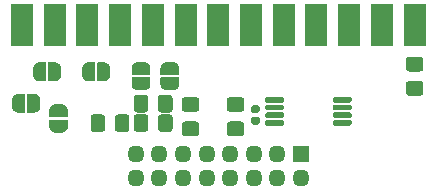
<source format=gbr>
%TF.GenerationSoftware,KiCad,Pcbnew,(5.1.6)-1*%
%TF.CreationDate,2021-02-17T18:40:25-08:00*%
%TF.ProjectId,kg-cable-asl,6b672d63-6162-46c6-952d-61736c2e6b69,rev?*%
%TF.SameCoordinates,Original*%
%TF.FileFunction,Soldermask,Top*%
%TF.FilePolarity,Negative*%
%FSLAX46Y46*%
G04 Gerber Fmt 4.6, Leading zero omitted, Abs format (unit mm)*
G04 Created by KiCad (PCBNEW (5.1.6)-1) date 2021-02-17 18:40:25*
%MOMM*%
%LPD*%
G01*
G04 APERTURE LIST*
%ADD10O,1.450000X1.450000*%
%ADD11R,1.450000X1.450000*%
%ADD12C,0.100000*%
%ADD13R,1.946667X3.580000*%
G04 APERTURE END LIST*
%TO.C,R12*%
G36*
G01*
X139000000Y-110878262D02*
X139000000Y-109921738D01*
G75*
G02*
X139271738Y-109650000I271738J0D01*
G01*
X139978262Y-109650000D01*
G75*
G02*
X140250000Y-109921738I0J-271738D01*
G01*
X140250000Y-110878262D01*
G75*
G02*
X139978262Y-111150000I-271738J0D01*
G01*
X139271738Y-111150000D01*
G75*
G02*
X139000000Y-110878262I0J271738D01*
G01*
G37*
G36*
G01*
X136950000Y-110878262D02*
X136950000Y-109921738D01*
G75*
G02*
X137221738Y-109650000I271738J0D01*
G01*
X137928262Y-109650000D01*
G75*
G02*
X138200000Y-109921738I0J-271738D01*
G01*
X138200000Y-110878262D01*
G75*
G02*
X137928262Y-111150000I-271738J0D01*
G01*
X137221738Y-111150000D01*
G75*
G02*
X136950000Y-110878262I0J271738D01*
G01*
G37*
%TD*%
%TO.C,R11*%
G36*
G01*
X142650000Y-110878262D02*
X142650000Y-109921738D01*
G75*
G02*
X142921738Y-109650000I271738J0D01*
G01*
X143628262Y-109650000D01*
G75*
G02*
X143900000Y-109921738I0J-271738D01*
G01*
X143900000Y-110878262D01*
G75*
G02*
X143628262Y-111150000I-271738J0D01*
G01*
X142921738Y-111150000D01*
G75*
G02*
X142650000Y-110878262I0J271738D01*
G01*
G37*
G36*
G01*
X140600000Y-110878262D02*
X140600000Y-109921738D01*
G75*
G02*
X140871738Y-109650000I271738J0D01*
G01*
X141578262Y-109650000D01*
G75*
G02*
X141850000Y-109921738I0J-271738D01*
G01*
X141850000Y-110878262D01*
G75*
G02*
X141578262Y-111150000I-271738J0D01*
G01*
X140871738Y-111150000D01*
G75*
G02*
X140600000Y-110878262I0J271738D01*
G01*
G37*
%TD*%
%TO.C,C2*%
G36*
G01*
X141850000Y-108271738D02*
X141850000Y-109228262D01*
G75*
G02*
X141578262Y-109500000I-271738J0D01*
G01*
X140871738Y-109500000D01*
G75*
G02*
X140600000Y-109228262I0J271738D01*
G01*
X140600000Y-108271738D01*
G75*
G02*
X140871738Y-108000000I271738J0D01*
G01*
X141578262Y-108000000D01*
G75*
G02*
X141850000Y-108271738I0J-271738D01*
G01*
G37*
G36*
G01*
X143900000Y-108271738D02*
X143900000Y-109228262D01*
G75*
G02*
X143628262Y-109500000I-271738J0D01*
G01*
X142921738Y-109500000D01*
G75*
G02*
X142650000Y-109228262I0J271738D01*
G01*
X142650000Y-108271738D01*
G75*
G02*
X142921738Y-108000000I271738J0D01*
G01*
X143628262Y-108000000D01*
G75*
G02*
X143900000Y-108271738I0J-271738D01*
G01*
G37*
%TD*%
D10*
%TO.C,J1*%
X140772900Y-115030000D03*
X140772900Y-113030000D03*
X142772900Y-115030000D03*
X142772900Y-113030000D03*
X144772900Y-115030000D03*
X144772900Y-113030000D03*
X146772900Y-115030000D03*
X146772900Y-113030000D03*
X148772900Y-115030000D03*
X148772900Y-113030000D03*
X150772900Y-115030000D03*
X150772900Y-113030000D03*
X152772900Y-115030000D03*
X152772900Y-113030000D03*
X154772900Y-115030000D03*
D11*
X154772900Y-113030000D03*
%TD*%
%TO.C,R10*%
G36*
G01*
X144936738Y-110255000D02*
X145893262Y-110255000D01*
G75*
G02*
X146165000Y-110526738I0J-271738D01*
G01*
X146165000Y-111233262D01*
G75*
G02*
X145893262Y-111505000I-271738J0D01*
G01*
X144936738Y-111505000D01*
G75*
G02*
X144665000Y-111233262I0J271738D01*
G01*
X144665000Y-110526738D01*
G75*
G02*
X144936738Y-110255000I271738J0D01*
G01*
G37*
G36*
G01*
X144936738Y-108205000D02*
X145893262Y-108205000D01*
G75*
G02*
X146165000Y-108476738I0J-271738D01*
G01*
X146165000Y-109183262D01*
G75*
G02*
X145893262Y-109455000I-271738J0D01*
G01*
X144936738Y-109455000D01*
G75*
G02*
X144665000Y-109183262I0J271738D01*
G01*
X144665000Y-108476738D01*
G75*
G02*
X144936738Y-108205000I271738J0D01*
G01*
G37*
%TD*%
%TO.C,R9*%
G36*
G01*
X148746738Y-110255000D02*
X149703262Y-110255000D01*
G75*
G02*
X149975000Y-110526738I0J-271738D01*
G01*
X149975000Y-111233262D01*
G75*
G02*
X149703262Y-111505000I-271738J0D01*
G01*
X148746738Y-111505000D01*
G75*
G02*
X148475000Y-111233262I0J271738D01*
G01*
X148475000Y-110526738D01*
G75*
G02*
X148746738Y-110255000I271738J0D01*
G01*
G37*
G36*
G01*
X148746738Y-108205000D02*
X149703262Y-108205000D01*
G75*
G02*
X149975000Y-108476738I0J-271738D01*
G01*
X149975000Y-109183262D01*
G75*
G02*
X149703262Y-109455000I-271738J0D01*
G01*
X148746738Y-109455000D01*
G75*
G02*
X148475000Y-109183262I0J271738D01*
G01*
X148475000Y-108476738D01*
G75*
G02*
X148746738Y-108205000I271738J0D01*
G01*
G37*
%TD*%
%TO.C,R8*%
G36*
G01*
X164871162Y-106026000D02*
X163914638Y-106026000D01*
G75*
G02*
X163642900Y-105754262I0J271738D01*
G01*
X163642900Y-105047738D01*
G75*
G02*
X163914638Y-104776000I271738J0D01*
G01*
X164871162Y-104776000D01*
G75*
G02*
X165142900Y-105047738I0J-271738D01*
G01*
X165142900Y-105754262D01*
G75*
G02*
X164871162Y-106026000I-271738J0D01*
G01*
G37*
G36*
G01*
X164871162Y-108076000D02*
X163914638Y-108076000D01*
G75*
G02*
X163642900Y-107804262I0J271738D01*
G01*
X163642900Y-107097738D01*
G75*
G02*
X163914638Y-106826000I271738J0D01*
G01*
X164871162Y-106826000D01*
G75*
G02*
X165142900Y-107097738I0J-271738D01*
G01*
X165142900Y-107804262D01*
G75*
G02*
X164871162Y-108076000I-271738J0D01*
G01*
G37*
%TD*%
%TO.C,C1*%
G36*
G01*
X150702500Y-109840000D02*
X151097500Y-109840000D01*
G75*
G02*
X151270000Y-110012500I0J-172500D01*
G01*
X151270000Y-110357500D01*
G75*
G02*
X151097500Y-110530000I-172500J0D01*
G01*
X150702500Y-110530000D01*
G75*
G02*
X150530000Y-110357500I0J172500D01*
G01*
X150530000Y-110012500D01*
G75*
G02*
X150702500Y-109840000I172500J0D01*
G01*
G37*
G36*
G01*
X150702500Y-108870000D02*
X151097500Y-108870000D01*
G75*
G02*
X151270000Y-109042500I0J-172500D01*
G01*
X151270000Y-109387500D01*
G75*
G02*
X151097500Y-109560000I-172500J0D01*
G01*
X150702500Y-109560000D01*
G75*
G02*
X150530000Y-109387500I0J172500D01*
G01*
X150530000Y-109042500D01*
G75*
G02*
X150702500Y-108870000I172500J0D01*
G01*
G37*
%TD*%
%TO.C,U1*%
G36*
G01*
X153325000Y-110250000D02*
X153325000Y-110500000D01*
G75*
G02*
X153200000Y-110625000I-125000J0D01*
G01*
X151875000Y-110625000D01*
G75*
G02*
X151750000Y-110500000I0J125000D01*
G01*
X151750000Y-110250000D01*
G75*
G02*
X151875000Y-110125000I125000J0D01*
G01*
X153200000Y-110125000D01*
G75*
G02*
X153325000Y-110250000I0J-125000D01*
G01*
G37*
G36*
G01*
X153325000Y-109600000D02*
X153325000Y-109850000D01*
G75*
G02*
X153200000Y-109975000I-125000J0D01*
G01*
X151875000Y-109975000D01*
G75*
G02*
X151750000Y-109850000I0J125000D01*
G01*
X151750000Y-109600000D01*
G75*
G02*
X151875000Y-109475000I125000J0D01*
G01*
X153200000Y-109475000D01*
G75*
G02*
X153325000Y-109600000I0J-125000D01*
G01*
G37*
G36*
G01*
X153325000Y-108950000D02*
X153325000Y-109200000D01*
G75*
G02*
X153200000Y-109325000I-125000J0D01*
G01*
X151875000Y-109325000D01*
G75*
G02*
X151750000Y-109200000I0J125000D01*
G01*
X151750000Y-108950000D01*
G75*
G02*
X151875000Y-108825000I125000J0D01*
G01*
X153200000Y-108825000D01*
G75*
G02*
X153325000Y-108950000I0J-125000D01*
G01*
G37*
G36*
G01*
X153325000Y-108300000D02*
X153325000Y-108550000D01*
G75*
G02*
X153200000Y-108675000I-125000J0D01*
G01*
X151875000Y-108675000D01*
G75*
G02*
X151750000Y-108550000I0J125000D01*
G01*
X151750000Y-108300000D01*
G75*
G02*
X151875000Y-108175000I125000J0D01*
G01*
X153200000Y-108175000D01*
G75*
G02*
X153325000Y-108300000I0J-125000D01*
G01*
G37*
G36*
G01*
X159050000Y-108300000D02*
X159050000Y-108550000D01*
G75*
G02*
X158925000Y-108675000I-125000J0D01*
G01*
X157600000Y-108675000D01*
G75*
G02*
X157475000Y-108550000I0J125000D01*
G01*
X157475000Y-108300000D01*
G75*
G02*
X157600000Y-108175000I125000J0D01*
G01*
X158925000Y-108175000D01*
G75*
G02*
X159050000Y-108300000I0J-125000D01*
G01*
G37*
G36*
G01*
X159050000Y-108950000D02*
X159050000Y-109200000D01*
G75*
G02*
X158925000Y-109325000I-125000J0D01*
G01*
X157600000Y-109325000D01*
G75*
G02*
X157475000Y-109200000I0J125000D01*
G01*
X157475000Y-108950000D01*
G75*
G02*
X157600000Y-108825000I125000J0D01*
G01*
X158925000Y-108825000D01*
G75*
G02*
X159050000Y-108950000I0J-125000D01*
G01*
G37*
G36*
G01*
X159050000Y-109600000D02*
X159050000Y-109850000D01*
G75*
G02*
X158925000Y-109975000I-125000J0D01*
G01*
X157600000Y-109975000D01*
G75*
G02*
X157475000Y-109850000I0J125000D01*
G01*
X157475000Y-109600000D01*
G75*
G02*
X157600000Y-109475000I125000J0D01*
G01*
X158925000Y-109475000D01*
G75*
G02*
X159050000Y-109600000I0J-125000D01*
G01*
G37*
G36*
G01*
X159050000Y-110250000D02*
X159050000Y-110500000D01*
G75*
G02*
X158925000Y-110625000I-125000J0D01*
G01*
X157600000Y-110625000D01*
G75*
G02*
X157475000Y-110500000I0J125000D01*
G01*
X157475000Y-110250000D01*
G75*
G02*
X157600000Y-110125000I125000J0D01*
G01*
X158925000Y-110125000D01*
G75*
G02*
X159050000Y-110250000I0J-125000D01*
G01*
G37*
%TD*%
D12*
%TO.C,JP6*%
G36*
X140424602Y-105769889D02*
G01*
X140424602Y-105751466D01*
X140424843Y-105746565D01*
X140429653Y-105697734D01*
X140430373Y-105692881D01*
X140439945Y-105644756D01*
X140441137Y-105639995D01*
X140455381Y-105593040D01*
X140457034Y-105588421D01*
X140475811Y-105543088D01*
X140477909Y-105538651D01*
X140501040Y-105495378D01*
X140503562Y-105491171D01*
X140530822Y-105450372D01*
X140533746Y-105446430D01*
X140564874Y-105408501D01*
X140568169Y-105404866D01*
X140602866Y-105370169D01*
X140606501Y-105366874D01*
X140644430Y-105335746D01*
X140648372Y-105332822D01*
X140689171Y-105305562D01*
X140693378Y-105303040D01*
X140736651Y-105279909D01*
X140741088Y-105277811D01*
X140786421Y-105259034D01*
X140791040Y-105257381D01*
X140837995Y-105243137D01*
X140842756Y-105241945D01*
X140890881Y-105232373D01*
X140895734Y-105231653D01*
X140944565Y-105226843D01*
X140949466Y-105226602D01*
X140967889Y-105226602D01*
X140974000Y-105226000D01*
X141474000Y-105226000D01*
X141480111Y-105226602D01*
X141498534Y-105226602D01*
X141503435Y-105226843D01*
X141552266Y-105231653D01*
X141557119Y-105232373D01*
X141605244Y-105241945D01*
X141610005Y-105243137D01*
X141656960Y-105257381D01*
X141661579Y-105259034D01*
X141706912Y-105277811D01*
X141711349Y-105279909D01*
X141754622Y-105303040D01*
X141758829Y-105305562D01*
X141799628Y-105332822D01*
X141803570Y-105335746D01*
X141841499Y-105366874D01*
X141845134Y-105370169D01*
X141879831Y-105404866D01*
X141883126Y-105408501D01*
X141914254Y-105446430D01*
X141917178Y-105450372D01*
X141944438Y-105491171D01*
X141946960Y-105495378D01*
X141970091Y-105538651D01*
X141972189Y-105543088D01*
X141990966Y-105588421D01*
X141992619Y-105593040D01*
X142006863Y-105639995D01*
X142008055Y-105644756D01*
X142017627Y-105692881D01*
X142018347Y-105697734D01*
X142023157Y-105746565D01*
X142023398Y-105751466D01*
X142023398Y-105769889D01*
X142024000Y-105776000D01*
X142024000Y-106276000D01*
X142023039Y-106285755D01*
X142020194Y-106295134D01*
X142015573Y-106303779D01*
X142009355Y-106311355D01*
X142001779Y-106317573D01*
X141993134Y-106322194D01*
X141983755Y-106325039D01*
X141974000Y-106326000D01*
X140474000Y-106326000D01*
X140464245Y-106325039D01*
X140454866Y-106322194D01*
X140446221Y-106317573D01*
X140438645Y-106311355D01*
X140432427Y-106303779D01*
X140427806Y-106295134D01*
X140424961Y-106285755D01*
X140424000Y-106276000D01*
X140424000Y-105776000D01*
X140424602Y-105769889D01*
G37*
G36*
X140424961Y-106566245D02*
G01*
X140427806Y-106556866D01*
X140432427Y-106548221D01*
X140438645Y-106540645D01*
X140446221Y-106534427D01*
X140454866Y-106529806D01*
X140464245Y-106526961D01*
X140474000Y-106526000D01*
X141974000Y-106526000D01*
X141983755Y-106526961D01*
X141993134Y-106529806D01*
X142001779Y-106534427D01*
X142009355Y-106540645D01*
X142015573Y-106548221D01*
X142020194Y-106556866D01*
X142023039Y-106566245D01*
X142024000Y-106576000D01*
X142024000Y-107076000D01*
X142023398Y-107082111D01*
X142023398Y-107100534D01*
X142023157Y-107105435D01*
X142018347Y-107154266D01*
X142017627Y-107159119D01*
X142008055Y-107207244D01*
X142006863Y-107212005D01*
X141992619Y-107258960D01*
X141990966Y-107263579D01*
X141972189Y-107308912D01*
X141970091Y-107313349D01*
X141946960Y-107356622D01*
X141944438Y-107360829D01*
X141917178Y-107401628D01*
X141914254Y-107405570D01*
X141883126Y-107443499D01*
X141879831Y-107447134D01*
X141845134Y-107481831D01*
X141841499Y-107485126D01*
X141803570Y-107516254D01*
X141799628Y-107519178D01*
X141758829Y-107546438D01*
X141754622Y-107548960D01*
X141711349Y-107572091D01*
X141706912Y-107574189D01*
X141661579Y-107592966D01*
X141656960Y-107594619D01*
X141610005Y-107608863D01*
X141605244Y-107610055D01*
X141557119Y-107619627D01*
X141552266Y-107620347D01*
X141503435Y-107625157D01*
X141498534Y-107625398D01*
X141480111Y-107625398D01*
X141474000Y-107626000D01*
X140974000Y-107626000D01*
X140967889Y-107625398D01*
X140949466Y-107625398D01*
X140944565Y-107625157D01*
X140895734Y-107620347D01*
X140890881Y-107619627D01*
X140842756Y-107610055D01*
X140837995Y-107608863D01*
X140791040Y-107594619D01*
X140786421Y-107592966D01*
X140741088Y-107574189D01*
X140736651Y-107572091D01*
X140693378Y-107548960D01*
X140689171Y-107546438D01*
X140648372Y-107519178D01*
X140644430Y-107516254D01*
X140606501Y-107485126D01*
X140602866Y-107481831D01*
X140568169Y-107447134D01*
X140564874Y-107443499D01*
X140533746Y-107405570D01*
X140530822Y-107401628D01*
X140503562Y-107360829D01*
X140501040Y-107356622D01*
X140477909Y-107313349D01*
X140475811Y-107308912D01*
X140457034Y-107263579D01*
X140455381Y-107258960D01*
X140441137Y-107212005D01*
X140439945Y-107207244D01*
X140430373Y-107159119D01*
X140429653Y-107154266D01*
X140424843Y-107105435D01*
X140424602Y-107100534D01*
X140424602Y-107082111D01*
X140424000Y-107076000D01*
X140424000Y-106576000D01*
X140424961Y-106566245D01*
G37*
%TD*%
%TO.C,JP5*%
G36*
X136771789Y-106844398D02*
G01*
X136753366Y-106844398D01*
X136748465Y-106844157D01*
X136699634Y-106839347D01*
X136694781Y-106838627D01*
X136646656Y-106829055D01*
X136641895Y-106827863D01*
X136594940Y-106813619D01*
X136590321Y-106811966D01*
X136544988Y-106793189D01*
X136540551Y-106791091D01*
X136497278Y-106767960D01*
X136493071Y-106765438D01*
X136452272Y-106738178D01*
X136448330Y-106735254D01*
X136410401Y-106704126D01*
X136406766Y-106700831D01*
X136372069Y-106666134D01*
X136368774Y-106662499D01*
X136337646Y-106624570D01*
X136334722Y-106620628D01*
X136307462Y-106579829D01*
X136304940Y-106575622D01*
X136281809Y-106532349D01*
X136279711Y-106527912D01*
X136260934Y-106482579D01*
X136259281Y-106477960D01*
X136245037Y-106431005D01*
X136243845Y-106426244D01*
X136234273Y-106378119D01*
X136233553Y-106373266D01*
X136228743Y-106324435D01*
X136228502Y-106319534D01*
X136228502Y-106301111D01*
X136227900Y-106295000D01*
X136227900Y-105795000D01*
X136228502Y-105788889D01*
X136228502Y-105770466D01*
X136228743Y-105765565D01*
X136233553Y-105716734D01*
X136234273Y-105711881D01*
X136243845Y-105663756D01*
X136245037Y-105658995D01*
X136259281Y-105612040D01*
X136260934Y-105607421D01*
X136279711Y-105562088D01*
X136281809Y-105557651D01*
X136304940Y-105514378D01*
X136307462Y-105510171D01*
X136334722Y-105469372D01*
X136337646Y-105465430D01*
X136368774Y-105427501D01*
X136372069Y-105423866D01*
X136406766Y-105389169D01*
X136410401Y-105385874D01*
X136448330Y-105354746D01*
X136452272Y-105351822D01*
X136493071Y-105324562D01*
X136497278Y-105322040D01*
X136540551Y-105298909D01*
X136544988Y-105296811D01*
X136590321Y-105278034D01*
X136594940Y-105276381D01*
X136641895Y-105262137D01*
X136646656Y-105260945D01*
X136694781Y-105251373D01*
X136699634Y-105250653D01*
X136748465Y-105245843D01*
X136753366Y-105245602D01*
X136771789Y-105245602D01*
X136777900Y-105245000D01*
X137277900Y-105245000D01*
X137287655Y-105245961D01*
X137297034Y-105248806D01*
X137305679Y-105253427D01*
X137313255Y-105259645D01*
X137319473Y-105267221D01*
X137324094Y-105275866D01*
X137326939Y-105285245D01*
X137327900Y-105295000D01*
X137327900Y-106795000D01*
X137326939Y-106804755D01*
X137324094Y-106814134D01*
X137319473Y-106822779D01*
X137313255Y-106830355D01*
X137305679Y-106836573D01*
X137297034Y-106841194D01*
X137287655Y-106844039D01*
X137277900Y-106845000D01*
X136777900Y-106845000D01*
X136771789Y-106844398D01*
G37*
G36*
X137568145Y-106844039D02*
G01*
X137558766Y-106841194D01*
X137550121Y-106836573D01*
X137542545Y-106830355D01*
X137536327Y-106822779D01*
X137531706Y-106814134D01*
X137528861Y-106804755D01*
X137527900Y-106795000D01*
X137527900Y-105295000D01*
X137528861Y-105285245D01*
X137531706Y-105275866D01*
X137536327Y-105267221D01*
X137542545Y-105259645D01*
X137550121Y-105253427D01*
X137558766Y-105248806D01*
X137568145Y-105245961D01*
X137577900Y-105245000D01*
X138077900Y-105245000D01*
X138084011Y-105245602D01*
X138102434Y-105245602D01*
X138107335Y-105245843D01*
X138156166Y-105250653D01*
X138161019Y-105251373D01*
X138209144Y-105260945D01*
X138213905Y-105262137D01*
X138260860Y-105276381D01*
X138265479Y-105278034D01*
X138310812Y-105296811D01*
X138315249Y-105298909D01*
X138358522Y-105322040D01*
X138362729Y-105324562D01*
X138403528Y-105351822D01*
X138407470Y-105354746D01*
X138445399Y-105385874D01*
X138449034Y-105389169D01*
X138483731Y-105423866D01*
X138487026Y-105427501D01*
X138518154Y-105465430D01*
X138521078Y-105469372D01*
X138548338Y-105510171D01*
X138550860Y-105514378D01*
X138573991Y-105557651D01*
X138576089Y-105562088D01*
X138594866Y-105607421D01*
X138596519Y-105612040D01*
X138610763Y-105658995D01*
X138611955Y-105663756D01*
X138621527Y-105711881D01*
X138622247Y-105716734D01*
X138627057Y-105765565D01*
X138627298Y-105770466D01*
X138627298Y-105788889D01*
X138627900Y-105795000D01*
X138627900Y-106295000D01*
X138627298Y-106301111D01*
X138627298Y-106319534D01*
X138627057Y-106324435D01*
X138622247Y-106373266D01*
X138621527Y-106378119D01*
X138611955Y-106426244D01*
X138610763Y-106431005D01*
X138596519Y-106477960D01*
X138594866Y-106482579D01*
X138576089Y-106527912D01*
X138573991Y-106532349D01*
X138550860Y-106575622D01*
X138548338Y-106579829D01*
X138521078Y-106620628D01*
X138518154Y-106624570D01*
X138487026Y-106662499D01*
X138483731Y-106666134D01*
X138449034Y-106700831D01*
X138445399Y-106704126D01*
X138407470Y-106735254D01*
X138403528Y-106738178D01*
X138362729Y-106765438D01*
X138358522Y-106767960D01*
X138315249Y-106791091D01*
X138310812Y-106793189D01*
X138265479Y-106811966D01*
X138260860Y-106813619D01*
X138213905Y-106827863D01*
X138209144Y-106829055D01*
X138161019Y-106838627D01*
X138156166Y-106839347D01*
X138107335Y-106844157D01*
X138102434Y-106844398D01*
X138084011Y-106844398D01*
X138077900Y-106845000D01*
X137577900Y-106845000D01*
X137568145Y-106844039D01*
G37*
%TD*%
%TO.C,JP4*%
G36*
X133929011Y-105245602D02*
G01*
X133947434Y-105245602D01*
X133952335Y-105245843D01*
X134001166Y-105250653D01*
X134006019Y-105251373D01*
X134054144Y-105260945D01*
X134058905Y-105262137D01*
X134105860Y-105276381D01*
X134110479Y-105278034D01*
X134155812Y-105296811D01*
X134160249Y-105298909D01*
X134203522Y-105322040D01*
X134207729Y-105324562D01*
X134248528Y-105351822D01*
X134252470Y-105354746D01*
X134290399Y-105385874D01*
X134294034Y-105389169D01*
X134328731Y-105423866D01*
X134332026Y-105427501D01*
X134363154Y-105465430D01*
X134366078Y-105469372D01*
X134393338Y-105510171D01*
X134395860Y-105514378D01*
X134418991Y-105557651D01*
X134421089Y-105562088D01*
X134439866Y-105607421D01*
X134441519Y-105612040D01*
X134455763Y-105658995D01*
X134456955Y-105663756D01*
X134466527Y-105711881D01*
X134467247Y-105716734D01*
X134472057Y-105765565D01*
X134472298Y-105770466D01*
X134472298Y-105788889D01*
X134472900Y-105795000D01*
X134472900Y-106295000D01*
X134472298Y-106301111D01*
X134472298Y-106319534D01*
X134472057Y-106324435D01*
X134467247Y-106373266D01*
X134466527Y-106378119D01*
X134456955Y-106426244D01*
X134455763Y-106431005D01*
X134441519Y-106477960D01*
X134439866Y-106482579D01*
X134421089Y-106527912D01*
X134418991Y-106532349D01*
X134395860Y-106575622D01*
X134393338Y-106579829D01*
X134366078Y-106620628D01*
X134363154Y-106624570D01*
X134332026Y-106662499D01*
X134328731Y-106666134D01*
X134294034Y-106700831D01*
X134290399Y-106704126D01*
X134252470Y-106735254D01*
X134248528Y-106738178D01*
X134207729Y-106765438D01*
X134203522Y-106767960D01*
X134160249Y-106791091D01*
X134155812Y-106793189D01*
X134110479Y-106811966D01*
X134105860Y-106813619D01*
X134058905Y-106827863D01*
X134054144Y-106829055D01*
X134006019Y-106838627D01*
X134001166Y-106839347D01*
X133952335Y-106844157D01*
X133947434Y-106844398D01*
X133929011Y-106844398D01*
X133922900Y-106845000D01*
X133422900Y-106845000D01*
X133413145Y-106844039D01*
X133403766Y-106841194D01*
X133395121Y-106836573D01*
X133387545Y-106830355D01*
X133381327Y-106822779D01*
X133376706Y-106814134D01*
X133373861Y-106804755D01*
X133372900Y-106795000D01*
X133372900Y-105295000D01*
X133373861Y-105285245D01*
X133376706Y-105275866D01*
X133381327Y-105267221D01*
X133387545Y-105259645D01*
X133395121Y-105253427D01*
X133403766Y-105248806D01*
X133413145Y-105245961D01*
X133422900Y-105245000D01*
X133922900Y-105245000D01*
X133929011Y-105245602D01*
G37*
G36*
X133132655Y-105245961D02*
G01*
X133142034Y-105248806D01*
X133150679Y-105253427D01*
X133158255Y-105259645D01*
X133164473Y-105267221D01*
X133169094Y-105275866D01*
X133171939Y-105285245D01*
X133172900Y-105295000D01*
X133172900Y-106795000D01*
X133171939Y-106804755D01*
X133169094Y-106814134D01*
X133164473Y-106822779D01*
X133158255Y-106830355D01*
X133150679Y-106836573D01*
X133142034Y-106841194D01*
X133132655Y-106844039D01*
X133122900Y-106845000D01*
X132622900Y-106845000D01*
X132616789Y-106844398D01*
X132598366Y-106844398D01*
X132593465Y-106844157D01*
X132544634Y-106839347D01*
X132539781Y-106838627D01*
X132491656Y-106829055D01*
X132486895Y-106827863D01*
X132439940Y-106813619D01*
X132435321Y-106811966D01*
X132389988Y-106793189D01*
X132385551Y-106791091D01*
X132342278Y-106767960D01*
X132338071Y-106765438D01*
X132297272Y-106738178D01*
X132293330Y-106735254D01*
X132255401Y-106704126D01*
X132251766Y-106700831D01*
X132217069Y-106666134D01*
X132213774Y-106662499D01*
X132182646Y-106624570D01*
X132179722Y-106620628D01*
X132152462Y-106579829D01*
X132149940Y-106575622D01*
X132126809Y-106532349D01*
X132124711Y-106527912D01*
X132105934Y-106482579D01*
X132104281Y-106477960D01*
X132090037Y-106431005D01*
X132088845Y-106426244D01*
X132079273Y-106378119D01*
X132078553Y-106373266D01*
X132073743Y-106324435D01*
X132073502Y-106319534D01*
X132073502Y-106301111D01*
X132072900Y-106295000D01*
X132072900Y-105795000D01*
X132073502Y-105788889D01*
X132073502Y-105770466D01*
X132073743Y-105765565D01*
X132078553Y-105716734D01*
X132079273Y-105711881D01*
X132088845Y-105663756D01*
X132090037Y-105658995D01*
X132104281Y-105612040D01*
X132105934Y-105607421D01*
X132124711Y-105562088D01*
X132126809Y-105557651D01*
X132149940Y-105514378D01*
X132152462Y-105510171D01*
X132179722Y-105469372D01*
X132182646Y-105465430D01*
X132213774Y-105427501D01*
X132217069Y-105423866D01*
X132251766Y-105389169D01*
X132255401Y-105385874D01*
X132293330Y-105354746D01*
X132297272Y-105351822D01*
X132338071Y-105324562D01*
X132342278Y-105322040D01*
X132385551Y-105298909D01*
X132389988Y-105296811D01*
X132435321Y-105278034D01*
X132439940Y-105276381D01*
X132486895Y-105262137D01*
X132491656Y-105260945D01*
X132539781Y-105251373D01*
X132544634Y-105250653D01*
X132593465Y-105245843D01*
X132598366Y-105245602D01*
X132616789Y-105245602D01*
X132622900Y-105245000D01*
X133122900Y-105245000D01*
X133132655Y-105245961D01*
G37*
%TD*%
%TO.C,JP3*%
G36*
X142873961Y-106566245D02*
G01*
X142876806Y-106556866D01*
X142881427Y-106548221D01*
X142887645Y-106540645D01*
X142895221Y-106534427D01*
X142903866Y-106529806D01*
X142913245Y-106526961D01*
X142923000Y-106526000D01*
X144423000Y-106526000D01*
X144432755Y-106526961D01*
X144442134Y-106529806D01*
X144450779Y-106534427D01*
X144458355Y-106540645D01*
X144464573Y-106548221D01*
X144469194Y-106556866D01*
X144472039Y-106566245D01*
X144473000Y-106576000D01*
X144473000Y-107076000D01*
X144472398Y-107082111D01*
X144472398Y-107100534D01*
X144472157Y-107105435D01*
X144467347Y-107154266D01*
X144466627Y-107159119D01*
X144457055Y-107207244D01*
X144455863Y-107212005D01*
X144441619Y-107258960D01*
X144439966Y-107263579D01*
X144421189Y-107308912D01*
X144419091Y-107313349D01*
X144395960Y-107356622D01*
X144393438Y-107360829D01*
X144366178Y-107401628D01*
X144363254Y-107405570D01*
X144332126Y-107443499D01*
X144328831Y-107447134D01*
X144294134Y-107481831D01*
X144290499Y-107485126D01*
X144252570Y-107516254D01*
X144248628Y-107519178D01*
X144207829Y-107546438D01*
X144203622Y-107548960D01*
X144160349Y-107572091D01*
X144155912Y-107574189D01*
X144110579Y-107592966D01*
X144105960Y-107594619D01*
X144059005Y-107608863D01*
X144054244Y-107610055D01*
X144006119Y-107619627D01*
X144001266Y-107620347D01*
X143952435Y-107625157D01*
X143947534Y-107625398D01*
X143929111Y-107625398D01*
X143923000Y-107626000D01*
X143423000Y-107626000D01*
X143416889Y-107625398D01*
X143398466Y-107625398D01*
X143393565Y-107625157D01*
X143344734Y-107620347D01*
X143339881Y-107619627D01*
X143291756Y-107610055D01*
X143286995Y-107608863D01*
X143240040Y-107594619D01*
X143235421Y-107592966D01*
X143190088Y-107574189D01*
X143185651Y-107572091D01*
X143142378Y-107548960D01*
X143138171Y-107546438D01*
X143097372Y-107519178D01*
X143093430Y-107516254D01*
X143055501Y-107485126D01*
X143051866Y-107481831D01*
X143017169Y-107447134D01*
X143013874Y-107443499D01*
X142982746Y-107405570D01*
X142979822Y-107401628D01*
X142952562Y-107360829D01*
X142950040Y-107356622D01*
X142926909Y-107313349D01*
X142924811Y-107308912D01*
X142906034Y-107263579D01*
X142904381Y-107258960D01*
X142890137Y-107212005D01*
X142888945Y-107207244D01*
X142879373Y-107159119D01*
X142878653Y-107154266D01*
X142873843Y-107105435D01*
X142873602Y-107100534D01*
X142873602Y-107082111D01*
X142873000Y-107076000D01*
X142873000Y-106576000D01*
X142873961Y-106566245D01*
G37*
G36*
X142873602Y-105769889D02*
G01*
X142873602Y-105751466D01*
X142873843Y-105746565D01*
X142878653Y-105697734D01*
X142879373Y-105692881D01*
X142888945Y-105644756D01*
X142890137Y-105639995D01*
X142904381Y-105593040D01*
X142906034Y-105588421D01*
X142924811Y-105543088D01*
X142926909Y-105538651D01*
X142950040Y-105495378D01*
X142952562Y-105491171D01*
X142979822Y-105450372D01*
X142982746Y-105446430D01*
X143013874Y-105408501D01*
X143017169Y-105404866D01*
X143051866Y-105370169D01*
X143055501Y-105366874D01*
X143093430Y-105335746D01*
X143097372Y-105332822D01*
X143138171Y-105305562D01*
X143142378Y-105303040D01*
X143185651Y-105279909D01*
X143190088Y-105277811D01*
X143235421Y-105259034D01*
X143240040Y-105257381D01*
X143286995Y-105243137D01*
X143291756Y-105241945D01*
X143339881Y-105232373D01*
X143344734Y-105231653D01*
X143393565Y-105226843D01*
X143398466Y-105226602D01*
X143416889Y-105226602D01*
X143423000Y-105226000D01*
X143923000Y-105226000D01*
X143929111Y-105226602D01*
X143947534Y-105226602D01*
X143952435Y-105226843D01*
X144001266Y-105231653D01*
X144006119Y-105232373D01*
X144054244Y-105241945D01*
X144059005Y-105243137D01*
X144105960Y-105257381D01*
X144110579Y-105259034D01*
X144155912Y-105277811D01*
X144160349Y-105279909D01*
X144203622Y-105303040D01*
X144207829Y-105305562D01*
X144248628Y-105332822D01*
X144252570Y-105335746D01*
X144290499Y-105366874D01*
X144294134Y-105370169D01*
X144328831Y-105404866D01*
X144332126Y-105408501D01*
X144363254Y-105446430D01*
X144366178Y-105450372D01*
X144393438Y-105491171D01*
X144395960Y-105495378D01*
X144419091Y-105538651D01*
X144421189Y-105543088D01*
X144439966Y-105588421D01*
X144441619Y-105593040D01*
X144455863Y-105639995D01*
X144457055Y-105644756D01*
X144466627Y-105692881D01*
X144467347Y-105697734D01*
X144472157Y-105746565D01*
X144472398Y-105751466D01*
X144472398Y-105769889D01*
X144473000Y-105776000D01*
X144473000Y-106276000D01*
X144472039Y-106285755D01*
X144469194Y-106295134D01*
X144464573Y-106303779D01*
X144458355Y-106311355D01*
X144450779Y-106317573D01*
X144442134Y-106322194D01*
X144432755Y-106325039D01*
X144423000Y-106326000D01*
X142923000Y-106326000D01*
X142913245Y-106325039D01*
X142903866Y-106322194D01*
X142895221Y-106317573D01*
X142887645Y-106311355D01*
X142881427Y-106303779D01*
X142876806Y-106295134D01*
X142873961Y-106285755D01*
X142873000Y-106276000D01*
X142873000Y-105776000D01*
X142873602Y-105769889D01*
G37*
%TD*%
%TO.C,JP2*%
G36*
X131640245Y-109511039D02*
G01*
X131630866Y-109508194D01*
X131622221Y-109503573D01*
X131614645Y-109497355D01*
X131608427Y-109489779D01*
X131603806Y-109481134D01*
X131600961Y-109471755D01*
X131600000Y-109462000D01*
X131600000Y-107962000D01*
X131600961Y-107952245D01*
X131603806Y-107942866D01*
X131608427Y-107934221D01*
X131614645Y-107926645D01*
X131622221Y-107920427D01*
X131630866Y-107915806D01*
X131640245Y-107912961D01*
X131650000Y-107912000D01*
X132150000Y-107912000D01*
X132156111Y-107912602D01*
X132174534Y-107912602D01*
X132179435Y-107912843D01*
X132228266Y-107917653D01*
X132233119Y-107918373D01*
X132281244Y-107927945D01*
X132286005Y-107929137D01*
X132332960Y-107943381D01*
X132337579Y-107945034D01*
X132382912Y-107963811D01*
X132387349Y-107965909D01*
X132430622Y-107989040D01*
X132434829Y-107991562D01*
X132475628Y-108018822D01*
X132479570Y-108021746D01*
X132517499Y-108052874D01*
X132521134Y-108056169D01*
X132555831Y-108090866D01*
X132559126Y-108094501D01*
X132590254Y-108132430D01*
X132593178Y-108136372D01*
X132620438Y-108177171D01*
X132622960Y-108181378D01*
X132646091Y-108224651D01*
X132648189Y-108229088D01*
X132666966Y-108274421D01*
X132668619Y-108279040D01*
X132682863Y-108325995D01*
X132684055Y-108330756D01*
X132693627Y-108378881D01*
X132694347Y-108383734D01*
X132699157Y-108432565D01*
X132699398Y-108437466D01*
X132699398Y-108455889D01*
X132700000Y-108462000D01*
X132700000Y-108962000D01*
X132699398Y-108968111D01*
X132699398Y-108986534D01*
X132699157Y-108991435D01*
X132694347Y-109040266D01*
X132693627Y-109045119D01*
X132684055Y-109093244D01*
X132682863Y-109098005D01*
X132668619Y-109144960D01*
X132666966Y-109149579D01*
X132648189Y-109194912D01*
X132646091Y-109199349D01*
X132622960Y-109242622D01*
X132620438Y-109246829D01*
X132593178Y-109287628D01*
X132590254Y-109291570D01*
X132559126Y-109329499D01*
X132555831Y-109333134D01*
X132521134Y-109367831D01*
X132517499Y-109371126D01*
X132479570Y-109402254D01*
X132475628Y-109405178D01*
X132434829Y-109432438D01*
X132430622Y-109434960D01*
X132387349Y-109458091D01*
X132382912Y-109460189D01*
X132337579Y-109478966D01*
X132332960Y-109480619D01*
X132286005Y-109494863D01*
X132281244Y-109496055D01*
X132233119Y-109505627D01*
X132228266Y-109506347D01*
X132179435Y-109511157D01*
X132174534Y-109511398D01*
X132156111Y-109511398D01*
X132150000Y-109512000D01*
X131650000Y-109512000D01*
X131640245Y-109511039D01*
G37*
G36*
X130843889Y-109511398D02*
G01*
X130825466Y-109511398D01*
X130820565Y-109511157D01*
X130771734Y-109506347D01*
X130766881Y-109505627D01*
X130718756Y-109496055D01*
X130713995Y-109494863D01*
X130667040Y-109480619D01*
X130662421Y-109478966D01*
X130617088Y-109460189D01*
X130612651Y-109458091D01*
X130569378Y-109434960D01*
X130565171Y-109432438D01*
X130524372Y-109405178D01*
X130520430Y-109402254D01*
X130482501Y-109371126D01*
X130478866Y-109367831D01*
X130444169Y-109333134D01*
X130440874Y-109329499D01*
X130409746Y-109291570D01*
X130406822Y-109287628D01*
X130379562Y-109246829D01*
X130377040Y-109242622D01*
X130353909Y-109199349D01*
X130351811Y-109194912D01*
X130333034Y-109149579D01*
X130331381Y-109144960D01*
X130317137Y-109098005D01*
X130315945Y-109093244D01*
X130306373Y-109045119D01*
X130305653Y-109040266D01*
X130300843Y-108991435D01*
X130300602Y-108986534D01*
X130300602Y-108968111D01*
X130300000Y-108962000D01*
X130300000Y-108462000D01*
X130300602Y-108455889D01*
X130300602Y-108437466D01*
X130300843Y-108432565D01*
X130305653Y-108383734D01*
X130306373Y-108378881D01*
X130315945Y-108330756D01*
X130317137Y-108325995D01*
X130331381Y-108279040D01*
X130333034Y-108274421D01*
X130351811Y-108229088D01*
X130353909Y-108224651D01*
X130377040Y-108181378D01*
X130379562Y-108177171D01*
X130406822Y-108136372D01*
X130409746Y-108132430D01*
X130440874Y-108094501D01*
X130444169Y-108090866D01*
X130478866Y-108056169D01*
X130482501Y-108052874D01*
X130520430Y-108021746D01*
X130524372Y-108018822D01*
X130565171Y-107991562D01*
X130569378Y-107989040D01*
X130612651Y-107965909D01*
X130617088Y-107963811D01*
X130662421Y-107945034D01*
X130667040Y-107943381D01*
X130713995Y-107929137D01*
X130718756Y-107927945D01*
X130766881Y-107918373D01*
X130771734Y-107917653D01*
X130820565Y-107912843D01*
X130825466Y-107912602D01*
X130843889Y-107912602D01*
X130850000Y-107912000D01*
X131350000Y-107912000D01*
X131359755Y-107912961D01*
X131369134Y-107915806D01*
X131377779Y-107920427D01*
X131385355Y-107926645D01*
X131391573Y-107934221D01*
X131396194Y-107942866D01*
X131399039Y-107952245D01*
X131400000Y-107962000D01*
X131400000Y-109462000D01*
X131399039Y-109471755D01*
X131396194Y-109481134D01*
X131391573Y-109489779D01*
X131385355Y-109497355D01*
X131377779Y-109503573D01*
X131369134Y-109508194D01*
X131359755Y-109511039D01*
X131350000Y-109512000D01*
X130850000Y-109512000D01*
X130843889Y-109511398D01*
G37*
%TD*%
%TO.C,JP1*%
G36*
X133450961Y-110140245D02*
G01*
X133453806Y-110130866D01*
X133458427Y-110122221D01*
X133464645Y-110114645D01*
X133472221Y-110108427D01*
X133480866Y-110103806D01*
X133490245Y-110100961D01*
X133500000Y-110100000D01*
X135000000Y-110100000D01*
X135009755Y-110100961D01*
X135019134Y-110103806D01*
X135027779Y-110108427D01*
X135035355Y-110114645D01*
X135041573Y-110122221D01*
X135046194Y-110130866D01*
X135049039Y-110140245D01*
X135050000Y-110150000D01*
X135050000Y-110650000D01*
X135049398Y-110656111D01*
X135049398Y-110674534D01*
X135049157Y-110679435D01*
X135044347Y-110728266D01*
X135043627Y-110733119D01*
X135034055Y-110781244D01*
X135032863Y-110786005D01*
X135018619Y-110832960D01*
X135016966Y-110837579D01*
X134998189Y-110882912D01*
X134996091Y-110887349D01*
X134972960Y-110930622D01*
X134970438Y-110934829D01*
X134943178Y-110975628D01*
X134940254Y-110979570D01*
X134909126Y-111017499D01*
X134905831Y-111021134D01*
X134871134Y-111055831D01*
X134867499Y-111059126D01*
X134829570Y-111090254D01*
X134825628Y-111093178D01*
X134784829Y-111120438D01*
X134780622Y-111122960D01*
X134737349Y-111146091D01*
X134732912Y-111148189D01*
X134687579Y-111166966D01*
X134682960Y-111168619D01*
X134636005Y-111182863D01*
X134631244Y-111184055D01*
X134583119Y-111193627D01*
X134578266Y-111194347D01*
X134529435Y-111199157D01*
X134524534Y-111199398D01*
X134506111Y-111199398D01*
X134500000Y-111200000D01*
X134000000Y-111200000D01*
X133993889Y-111199398D01*
X133975466Y-111199398D01*
X133970565Y-111199157D01*
X133921734Y-111194347D01*
X133916881Y-111193627D01*
X133868756Y-111184055D01*
X133863995Y-111182863D01*
X133817040Y-111168619D01*
X133812421Y-111166966D01*
X133767088Y-111148189D01*
X133762651Y-111146091D01*
X133719378Y-111122960D01*
X133715171Y-111120438D01*
X133674372Y-111093178D01*
X133670430Y-111090254D01*
X133632501Y-111059126D01*
X133628866Y-111055831D01*
X133594169Y-111021134D01*
X133590874Y-111017499D01*
X133559746Y-110979570D01*
X133556822Y-110975628D01*
X133529562Y-110934829D01*
X133527040Y-110930622D01*
X133503909Y-110887349D01*
X133501811Y-110882912D01*
X133483034Y-110837579D01*
X133481381Y-110832960D01*
X133467137Y-110786005D01*
X133465945Y-110781244D01*
X133456373Y-110733119D01*
X133455653Y-110728266D01*
X133450843Y-110679435D01*
X133450602Y-110674534D01*
X133450602Y-110656111D01*
X133450000Y-110650000D01*
X133450000Y-110150000D01*
X133450961Y-110140245D01*
G37*
G36*
X133450602Y-109343889D02*
G01*
X133450602Y-109325466D01*
X133450843Y-109320565D01*
X133455653Y-109271734D01*
X133456373Y-109266881D01*
X133465945Y-109218756D01*
X133467137Y-109213995D01*
X133481381Y-109167040D01*
X133483034Y-109162421D01*
X133501811Y-109117088D01*
X133503909Y-109112651D01*
X133527040Y-109069378D01*
X133529562Y-109065171D01*
X133556822Y-109024372D01*
X133559746Y-109020430D01*
X133590874Y-108982501D01*
X133594169Y-108978866D01*
X133628866Y-108944169D01*
X133632501Y-108940874D01*
X133670430Y-108909746D01*
X133674372Y-108906822D01*
X133715171Y-108879562D01*
X133719378Y-108877040D01*
X133762651Y-108853909D01*
X133767088Y-108851811D01*
X133812421Y-108833034D01*
X133817040Y-108831381D01*
X133863995Y-108817137D01*
X133868756Y-108815945D01*
X133916881Y-108806373D01*
X133921734Y-108805653D01*
X133970565Y-108800843D01*
X133975466Y-108800602D01*
X133993889Y-108800602D01*
X134000000Y-108800000D01*
X134500000Y-108800000D01*
X134506111Y-108800602D01*
X134524534Y-108800602D01*
X134529435Y-108800843D01*
X134578266Y-108805653D01*
X134583119Y-108806373D01*
X134631244Y-108815945D01*
X134636005Y-108817137D01*
X134682960Y-108831381D01*
X134687579Y-108833034D01*
X134732912Y-108851811D01*
X134737349Y-108853909D01*
X134780622Y-108877040D01*
X134784829Y-108879562D01*
X134825628Y-108906822D01*
X134829570Y-108909746D01*
X134867499Y-108940874D01*
X134871134Y-108944169D01*
X134905831Y-108978866D01*
X134909126Y-108982501D01*
X134940254Y-109020430D01*
X134943178Y-109024372D01*
X134970438Y-109065171D01*
X134972960Y-109069378D01*
X134996091Y-109112651D01*
X134998189Y-109117088D01*
X135016966Y-109162421D01*
X135018619Y-109167040D01*
X135032863Y-109213995D01*
X135034055Y-109218756D01*
X135043627Y-109266881D01*
X135044347Y-109271734D01*
X135049157Y-109320565D01*
X135049398Y-109325466D01*
X135049398Y-109343889D01*
X135050000Y-109350000D01*
X135050000Y-109850000D01*
X135049039Y-109859755D01*
X135046194Y-109869134D01*
X135041573Y-109877779D01*
X135035355Y-109885355D01*
X135027779Y-109891573D01*
X135019134Y-109896194D01*
X135009755Y-109899039D01*
X135000000Y-109900000D01*
X133500000Y-109900000D01*
X133490245Y-109899039D01*
X133480866Y-109896194D01*
X133472221Y-109891573D01*
X133464645Y-109885355D01*
X133458427Y-109877779D01*
X133453806Y-109869134D01*
X133450961Y-109859755D01*
X133450000Y-109850000D01*
X133450000Y-109350000D01*
X133450602Y-109343889D01*
G37*
%TD*%
D13*
%TO.C,J2*%
X131152900Y-102108000D03*
X133922900Y-102108000D03*
X136692900Y-102108000D03*
X139462900Y-102108000D03*
X142232900Y-102108000D03*
X145002900Y-102108000D03*
X147772900Y-102108000D03*
X150542900Y-102108000D03*
X153312900Y-102108000D03*
X156082900Y-102108000D03*
X158852900Y-102108000D03*
X161622900Y-102108000D03*
X164392900Y-102108000D03*
%TD*%
M02*

</source>
